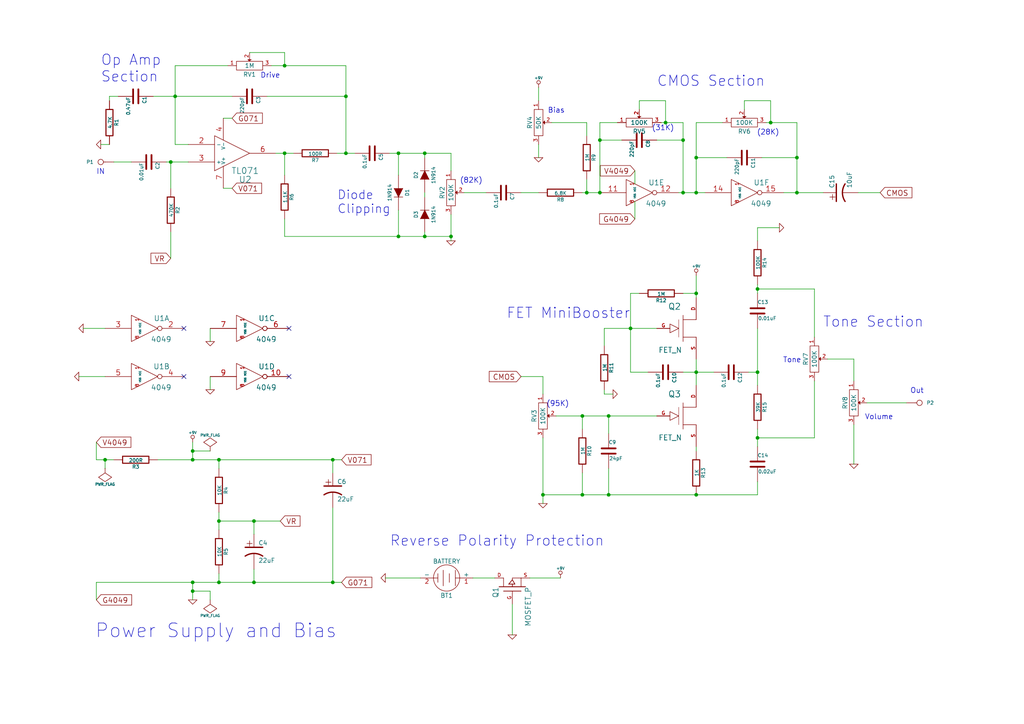
<source format=kicad_sch>
(kicad_sch (version 20230121) (generator eeschema)
  (paper "A4")
  (title_block (title "Insanity Box") (date "3/3/2016") (rev "1.0") (comment 1 "Quentin McDonald") (comment 2 "Based on a Design by Aron Nelson/Jack Orman"))
  (lib_symbols
    (symbol "InsanityBox-rescue:+9V" (power) (pin_names (offset 0))
      (property "Value" "+9V" (at 0 2.794 0))
      (symbol "+9V_0_0"
        (pin power_in line (at 0 0 90) (length 0) hide (name "+9V") (number "1"))
      )
      (symbol "+9V_0_1"
        (polyline (pts (xy 0 0) (xy 0 1.016) (xy 0 1.016)))
        (circle (center 0 1.524) (radius 0.508))
      )
    )
    (symbol "InsanityBox-rescue:4049" (pin_names (offset 0.762))
      (property "Reference" "U" (at 4.953 2.921 0))
      (property "Value" "4049" (at 4.826 -3.175 0))
      (symbol "4049_0_0"
        (polyline (pts (xy -3.81 3.81) (xy -3.81 -3.81) (xy 3.81 0) (xy -3.81 3.81)))
        (pin power_in line (at -1.27 2.54 270) (length 0) (name "VCC") (number "1"))
        (pin power_in line (at -1.27 -2.54 90) (length 0) (name "VSS") (number "8"))
      )
      (symbol "4049_1_1"
        (pin output inverted (at 11.43 0 180) (length 7.62) (name "~") (number "2"))
        (pin input line (at -11.43 0 0) (length 7.62) (name "~") (number "3"))
      )
      (symbol "4049_1_2"
        (pin output line (at 11.43 0 180) (length 7.62) (name "~") (number "2"))
        (pin input inverted (at -11.43 0 0) (length 7.62) (name "~") (number "3"))
      )
      (symbol "4049_2_1"
        (pin output inverted (at 11.43 0 180) (length 7.62) (name "~") (number "4"))
        (pin input line (at -11.43 0 0) (length 7.62) (name "~") (number "5"))
      )
      (symbol "4049_2_2"
        (pin output line (at 11.43 0 180) (length 7.62) (name "~") (number "4"))
        (pin input inverted (at -11.43 0 0) (length 7.62) (name "~") (number "5"))
      )
      (symbol "4049_3_1"
        (pin output inverted (at 11.43 0 180) (length 7.62) (name "~") (number "6"))
        (pin input line (at -11.43 0 0) (length 7.62) (name "~") (number "7"))
      )
      (symbol "4049_3_2"
        (pin output line (at 11.43 0 180) (length 7.62) (name "~") (number "6"))
        (pin input inverted (at -11.43 0 0) (length 7.62) (name "~") (number "7"))
      )
      (symbol "4049_4_1"
        (pin output inverted (at 11.43 0 180) (length 7.62) (name "~") (number "10"))
        (pin input line (at -11.43 0 0) (length 7.62) (name "~") (number "9"))
      )
      (symbol "4049_4_2"
        (pin output line (at 11.43 0 180) (length 7.62) (name "~") (number "10"))
        (pin input inverted (at -11.43 0 0) (length 7.62) (name "~") (number "9"))
      )
      (symbol "4049_5_1"
        (pin input line (at -11.43 0 0) (length 7.62) (name "~") (number "11"))
        (pin output inverted (at 11.43 0 180) (length 7.62) (name "~") (number "12"))
      )
      (symbol "4049_5_2"
        (pin input inverted (at -11.43 0 0) (length 7.62) (name "~") (number "11"))
        (pin output line (at 11.43 0 180) (length 7.62) (name "~") (number "12"))
      )
      (symbol "4049_6_1"
        (pin input line (at -11.43 0 0) (length 7.62) (name "~") (number "14"))
        (pin output inverted (at 11.43 0 180) (length 7.62) (name "~") (number "15"))
      )
      (symbol "4049_6_2"
        (pin input inverted (at -11.43 0 0) (length 7.62) (name "~") (number "14"))
        (pin output line (at 11.43 0 180) (length 7.62) (name "~") (number "15"))
      )
    )
    (symbol "InsanityBox-rescue:BATTERY" (pin_names (offset 0))
      (property "Reference" "BT" (at 0 5.08 0))
      (property "Value" "BATTERY" (at 0 -4.826 0))
      (symbol "BATTERY_0_1"
        (polyline (pts (xy -2.54 0) (xy -3.81 0)))
        (polyline (pts (xy -2.54 2.286) (xy -2.54 -2.2606)) (stroke (width 0.1524)))
        (polyline (pts (xy -0.7874 1.27) (xy -0.7874 -1.27)) (stroke (width 0.1524)))
        (polyline (pts (xy 0.9906 2.286) (xy 0.9906 -2.2606)) (stroke (width 0.1524)))
        (polyline (pts (xy 2.54 0) (xy 3.81 0)))
        (polyline (pts (xy 2.54 1.27) (xy 2.54 -1.27)) (stroke (width 0.1524)))
        (circle (center 0 0) (radius 3.81) (stroke (width 0.1524)))
      )
      (symbol "BATTERY_1_1"
        (pin passive line (at -7.62 0 0) (length 3.81) (name "+") (number "1"))
        (pin passive line (at 7.62 0 180) (length 3.81) (name "-") (number "2"))
      )
    )
    (symbol "InsanityBox-rescue:C" (pin_numbers hide) (pin_names (offset 0.254))
      (property "Reference" "C" (at 0 2.54 0))
      (property "Value" "C" (at 0.1524 -2.159 0))
      (symbol "C_0_1"
        (polyline (pts (xy -2.032 -0.762) (xy 2.032 -0.762)) (stroke (width 0.508)))
        (polyline (pts (xy -2.032 0.762) (xy 2.032 0.762)) (stroke (width 0.508)))
      )
      (symbol "C_1_1"
        (pin passive line (at 0 5.08 270) (length 4.318) (name "~") (number "1"))
        (pin passive line (at 0 -5.08 90) (length 4.318) (name "~") (number "2"))
      )
    )
    (symbol "InsanityBox-rescue:CONN_1" (pin_numbers hide) (pin_names (offset 0.762) hide)
      (property "Reference" "P" (at 2.032 0 0))
      (symbol "CONN_1_0_1"
        (polyline (pts (xy -0.762 0) (xy -1.27 0)))
        (circle (center 0 0) (radius 0.7874))
      )
      (symbol "CONN_1_1_1"
        (pin passive line (at -3.81 0 0) (length 2.54) (name "1") (number "1"))
      )
    )
    (symbol "InsanityBox-rescue:CP1" (pin_numbers hide) (pin_names (offset 0.254) hide)
      (property "Reference" "C" (at 1.27 2.54 0))
      (property "Value" "CP1" (at 1.27 -2.54 0))
      (symbol "CP1_0_0"
        (text "+" (at -1.27 2.54 0) (effects (font (size 2.032 2.032))))
      )
      (symbol "CP1_0_1"
        (polyline (pts (xy -2.54 1.27) (xy 2.54 1.27) (xy 1.27 1.27) (xy 1.27 1.27)) (stroke (width 0.381)))
        (arc (start 2.54 -1.27) (mid 0 -0.5009) (end -2.54 -1.27) (stroke (width 0.381)))
      )
      (symbol "CP1_1_1"
        (pin passive line (at 0 5.08 270) (length 3.81) (name "~") (number "1"))
        (pin passive line (at 0 -5.08 90) (length 4.572) (name "~") (number "2"))
      )
    )
    (symbol "InsanityBox-rescue:DIODE" (pin_numbers hide) (pin_names (offset 1.016) hide)
      (property "Reference" "D" (at 0 2.54 0))
      (property "Value" "DIODE" (at 0 -2.54 0))
      (symbol "DIODE_0_1"
        (polyline (pts (xy 1.27 1.27) (xy 1.27 -1.27)) (stroke (width 0.1524)))
        (polyline (pts (xy -1.27 1.27) (xy 1.27 0) (xy -1.27 -1.27)) (fill (type outline)))
      )
      (symbol "DIODE_1_1"
        (pin passive line (at -5.08 0 0) (length 3.81) (name "A") (number "1"))
        (pin passive line (at 5.08 0 180) (length 3.81) (name "K") (number "2"))
      )
    )
    (symbol "InsanityBox-rescue:FET_N" (pin_names (offset 0.762) hide)
      (property "Reference" "Q" (at -2.4638 6.35 0))
      (property "Value" "FET_N" (at -3.7338 -6.2738 0))
      (symbol "FET_N_0_1"
        (polyline (pts (xy 0 -3.81) (xy 0 3.81)) (stroke (width 0.1524)))
        (polyline (pts (xy 0 -2.54) (xy 3.81 -2.54)))
        (polyline (pts (xy 0 2.54) (xy 3.81 2.54)))
        (polyline (pts (xy -1.27 2.54) (xy -1.27 -2.54) (xy -1.27 -2.54)) (stroke (width 0.1016)))
        (polyline (pts (xy -1.27 0) (xy -3.81 -1.27) (xy -3.81 1.27) (xy -1.27 0) (xy -1.27 0)))
      )
      (symbol "FET_N_1_1"
        (pin passive line (at 3.81 8.89 270) (length 6.35) (name "D") (number "D"))
        (pin input line (at -7.62 0 0) (length 3.81) (name "G") (number "G"))
        (pin passive line (at 3.81 -8.89 90) (length 6.35) (name "S") (number "S"))
      )
    )
    (symbol "InsanityBox-rescue:GND" (power) (pin_names (offset 0))
      (symbol "GND_0_1"
        (polyline (pts (xy -1.27 0) (xy 0 -1.27) (xy 1.27 0) (xy -1.27 0)))
      )
      (symbol "GND_1_1"
        (pin power_in line (at 0 0 90) (length 0) hide (name "GND") (number "1"))
      )
    )
    (symbol "InsanityBox-rescue:MOSFET_P" (pin_names (offset 1.016) hide)
      (property "Reference" "Q" (at 0 4.826 0))
      (property "Value" "MOSFET_P" (at 0 -4.572 0))
      (symbol "MOSFET_P_0_1"
        (polyline (pts (xy -1.27 -2.54) (xy -1.27 2.54)) (stroke (width 0.2032)))
        (polyline (pts (xy 0 -3.81) (xy 0 3.81)) (stroke (width 0.254)))
        (polyline (pts (xy 0.762 0) (xy 0 0)) (stroke (width 0.2032)))
        (polyline (pts (xy 2.54 -2.54) (xy 0 -2.54)))
        (polyline (pts (xy 2.54 2.54) (xy 0 2.54)))
        (polyline (pts (xy 2.032 0) (xy 2.54 0) (xy 2.54 -2.54)))
        (polyline (pts (xy 0.762 1.016) (xy 0.762 -0.762) (xy 2.032 0) (xy 0.762 1.016) (xy 0.762 1.016)) (stroke (width 0.2032)))
      )
      (symbol "MOSFET_P_1_1"
        (pin passive line (at 2.54 5.08 270) (length 2.54) (name "D") (number "D"))
        (pin input line (at -5.08 0 0) (length 3.81) (name "G") (number "G"))
        (pin passive line (at 2.54 -5.08 90) (length 2.54) (name "S") (number "S"))
      )
    )
    (symbol "InsanityBox-rescue:POT" (pin_names (offset 1.016) hide)
      (property "Reference" "RV" (at 0 -2.54 0))
      (property "Value" "POT" (at 0 0 0))
      (symbol "POT_0_1"
        (rectangle (start -3.81 1.27) (end 3.81 -1.27))
        (polyline (pts (xy 0 1.27) (xy -0.508 1.778) (xy 0.508 1.778)) (fill (type outline)))
      )
      (symbol "POT_1_1"
        (pin passive line (at -6.35 0 0) (length 2.54) (name "1") (number "1"))
        (pin passive line (at 0 3.81 270) (length 2.032) (name "2") (number "2"))
        (pin passive line (at 6.35 0 180) (length 2.54) (name "3") (number "3"))
      )
    )
    (symbol "InsanityBox-rescue:PWR_FLAG" (power) (pin_numbers hide) (pin_names (offset 0) hide)
      (property "Value" "PWR_FLAG" (at 0 4.572 0))
      (symbol "PWR_FLAG_0_0"
        (pin power_out line (at 0 0 90) (length 0) (name "pwr") (number "1"))
      )
      (symbol "PWR_FLAG_0_1"
        (polyline (pts (xy 0 0) (xy 0 1.27) (xy -1.905 2.54) (xy 0 3.81) (xy 1.905 2.54) (xy 0 1.27)))
      )
    )
    (symbol "InsanityBox-rescue:R" (pin_numbers hide) (pin_names (offset 0))
      (property "Reference" "R" (at 2.032 0 90))
      (property "Value" "R" (at 0.1778 0.0254 90))
      (symbol "R_0_1"
        (rectangle (start -1.016 3.81) (end 1.016 -3.81) (stroke (width 0.3048)))
      )
      (symbol "R_1_1"
        (pin passive line (at 0 6.35 270) (length 2.54) (name "~") (number "1"))
        (pin passive line (at 0 -6.35 90) (length 2.54) (name "~") (number "2"))
      )
    )
    (symbol "InsanityBox-rescue:TL071"
      (property "Reference" "U" (at 3.81 7.62 0))
      (property "Value" "TL071" (at 3.81 5.08 0))
      (symbol "TL071_0_1"
        (polyline (pts (xy -5.08 5.08) (xy 5.08 0) (xy -5.08 -5.08) (xy -5.08 5.08)))
      )
      (symbol "TL071_1_1"
        (pin input line (at -12.7 -2.54 0) (length 7.62) (name "-") (number "2"))
        (pin input line (at -12.7 2.54 0) (length 7.62) (name "+") (number "3"))
        (pin passive line (at -2.54 -10.16 90) (length 6.35) (name "V-") (number "4"))
        (pin output line (at 12.7 0 180) (length 7.62) (name "~") (number "6"))
        (pin passive line (at -2.54 10.16 270) (length 6.35) (name "V+") (number "7"))
      )
    )
  )
  (junction (at 82.55 19.05))
  (junction (at 168.91 143.51))
  (junction (at 201.93 55.88))
  (junction (at 176.53 120.65))
  (junction (at 173.99 40.64))
  (junction (at 168.91 120.65))
  (junction (at 49.53 46.99))
  (junction (at 73.66 168.91))
  (junction (at 231.14 55.88))
  (junction (at 157.48 143.51))
  (junction (at 170.18 55.88))
  (junction (at 63.5 151.13))
  (junction (at 201.93 85.09))
  (junction (at 55.88 171.45))
  (junction (at 219.71 83.82))
  (junction (at 55.88 168.91))
  (junction (at 173.99 55.88))
  (junction (at 55.88 133.35))
  (junction (at 96.52 168.91))
  (junction (at 30.48 133.35))
  (junction (at 201.93 107.95))
  (junction (at 198.12 55.88))
  (junction (at 96.52 133.35))
  (junction (at 63.5 168.91))
  (junction (at 223.52 35.56))
  (junction (at 198.12 40.64))
  (junction (at 176.53 143.51))
  (junction (at 63.5 133.35))
  (junction (at 115.57 44.45))
  (junction (at 73.66 151.13))
  (junction (at 201.93 45.72))
  (junction (at 55.88 130.81))
  (junction (at 82.55 44.45))
  (junction (at 182.88 95.25))
  (junction (at 100.33 27.94))
  (junction (at 50.8 27.94))
  (junction (at 219.71 127))
  (junction (at 115.57 68.58))
  (junction (at 123.19 68.58))
  (junction (at 130.81 68.58))
  (junction (at 219.71 107.95))
  (junction (at 100.33 44.45))
  (junction (at 193.04 35.56))
  (junction (at 231.14 45.72))
  (junction (at 201.93 143.51))
  (junction (at 123.19 44.45))
  (no_connect (at 83.82 109.22))
  (no_connect (at 53.34 95.25))
  (no_connect (at 83.82 95.25))
  (no_connect (at 53.34 109.22))
  (wire (pts (xy 82.55 68.58) (xy 115.57 68.58)))
  (wire (pts (xy 182.88 107.95) (xy 187.96 107.95)))
  (wire (pts (xy 176.53 143.51) (xy 201.93 143.51)))
  (wire (pts (xy 73.66 168.91) (xy 96.52 168.91)))
  (wire (pts (xy 80.01 44.45) (xy 82.55 44.45)))
  (wire (pts (xy 176.53 120.65) (xy 176.53 125.73)))
  (wire (pts (xy 170.18 39.37) (xy 170.18 35.56)))
  (wire (pts (xy 182.88 95.25) (xy 190.5 95.25)))
  (wire (pts (xy 63.5 168.91) (xy 73.66 168.91)))
  (wire (pts (xy 182.88 95.25) (xy 182.88 107.95)))
  (wire (pts (xy 176.53 120.65) (xy 190.5 120.65)))
  (wire (pts (xy 157.48 143.51) (xy 168.91 143.51)))
  (wire (pts (xy 63.5 133.35) (xy 96.52 133.35)))
  (wire (pts (xy 64.77 54.61) (xy 67.31 54.61)))
  (wire (pts (xy 48.26 46.99) (xy 49.53 46.99)))
  (wire (pts (xy 55.88 168.91) (xy 63.5 168.91)))
  (wire (pts (xy 201.93 35.56) (xy 209.55 35.56)))
  (wire (pts (xy 121.92 167.64) (xy 111.76 167.64)))
  (wire (pts (xy 223.52 35.56) (xy 223.52 29.21)))
  (wire (pts (xy 219.71 107.95) (xy 219.71 111.76)))
  (wire (pts (xy 175.26 95.25) (xy 182.88 95.25)))
  (wire (pts (xy 123.19 44.45) (xy 130.81 44.45)))
  (wire (pts (xy 50.8 41.91) (xy 54.61 41.91)))
  (wire (pts (xy 137.16 167.64) (xy 143.51 167.64)))
  (wire (pts (xy 198.12 40.64) (xy 190.5 40.64)))
  (wire (pts (xy 157.48 127) (xy 157.48 143.51)))
  (wire (pts (xy 55.88 128.27) (xy 55.88 130.81)))
  (wire (pts (xy 63.5 135.89) (xy 63.5 133.35)))
  (wire (pts (xy 201.93 35.56) (xy 201.93 45.72)))
  (wire (pts (xy 66.04 19.05) (xy 50.8 19.05)))
  (wire (pts (xy 168.91 143.51) (xy 168.91 137.16)))
  (wire (pts (xy 96.52 133.35) (xy 99.06 133.35)))
  (wire (pts (xy 60.96 99.06) (xy 60.96 95.25)))
  (wire (pts (xy 130.81 44.45) (xy 130.81 49.53)))
  (wire (pts (xy 49.53 67.31) (xy 49.53 74.93)))
  (wire (pts (xy 82.55 63.5) (xy 82.55 68.58)))
  (wire (pts (xy 170.18 52.07) (xy 170.18 55.88)))
  (wire (pts (xy 185.42 29.21) (xy 193.04 29.21)))
  (wire (pts (xy 223.52 29.21) (xy 215.9 29.21)))
  (wire (pts (xy 55.88 168.91) (xy 55.88 171.45)))
  (wire (pts (xy 196.85 55.88) (xy 198.12 55.88)))
  (wire (pts (xy 251.46 116.84) (xy 262.89 116.84)))
  (wire (pts (xy 96.52 133.35) (xy 96.52 137.16)))
  (wire (pts (xy 219.71 82.55) (xy 219.71 83.82)))
  (wire (pts (xy 157.48 109.22) (xy 157.48 114.3)))
  (wire (pts (xy 219.71 107.95) (xy 217.17 107.95)))
  (wire (pts (xy 173.99 35.56) (xy 179.07 35.56)))
  (wire (pts (xy 182.88 85.09) (xy 185.42 85.09)))
  (wire (pts (xy 82.55 15.24) (xy 82.55 19.05)))
  (wire (pts (xy 30.48 135.89) (xy 30.48 133.35)))
  (wire (pts (xy 31.75 27.94) (xy 31.75 29.21)))
  (wire (pts (xy 115.57 60.96) (xy 115.57 68.58)))
  (wire (pts (xy 82.55 19.05) (xy 100.33 19.05)))
  (wire (pts (xy 49.53 46.99) (xy 49.53 54.61)))
  (wire (pts (xy 148.59 175.26) (xy 148.59 184.15)))
  (wire (pts (xy 173.99 40.64) (xy 173.99 55.88)))
  (wire (pts (xy 175.26 95.25) (xy 175.26 100.33)))
  (wire (pts (xy 185.42 31.75) (xy 185.42 29.21)))
  (wire (pts (xy 201.93 143.51) (xy 219.71 143.51)))
  (wire (pts (xy 219.71 95.25) (xy 219.71 107.95)))
  (wire (pts (xy 73.66 151.13) (xy 81.28 151.13)))
  (wire (pts (xy 231.14 35.56) (xy 231.14 45.72)))
  (wire (pts (xy 27.94 168.91) (xy 27.94 173.99)))
  (wire (pts (xy 198.12 85.09) (xy 201.93 85.09)))
  (wire (pts (xy 30.48 133.35) (xy 27.94 133.35)))
  (wire (pts (xy 73.66 168.91) (xy 73.66 165.1)))
  (wire (pts (xy 173.99 35.56) (xy 173.99 40.64)))
  (wire (pts (xy 78.74 19.05) (xy 82.55 19.05)))
  (wire (pts (xy 173.99 55.88) (xy 170.18 55.88)))
  (wire (pts (xy 115.57 44.45) (xy 123.19 44.45)))
  (wire (pts (xy 49.53 46.99) (xy 54.61 46.99)))
  (wire (pts (xy 215.9 29.21) (xy 215.9 31.75)))
  (wire (pts (xy 27.94 133.35) (xy 27.94 128.27)))
  (wire (pts (xy 115.57 68.58) (xy 123.19 68.58)))
  (wire (pts (xy 157.48 143.51) (xy 157.48 146.05)))
  (wire (pts (xy 168.91 120.65) (xy 176.53 120.65)))
  (wire (pts (xy 219.71 69.85) (xy 219.71 66.04)))
  (wire (pts (xy 27.94 168.91) (xy 55.88 168.91)))
  (wire (pts (xy 55.88 171.45) (xy 60.96 171.45)))
  (wire (pts (xy 161.29 120.65) (xy 168.91 120.65)))
  (wire (pts (xy 168.91 143.51) (xy 176.53 143.51)))
  (wire (pts (xy 123.19 45.72) (xy 123.19 44.45)))
  (wire (pts (xy 182.88 85.09) (xy 182.88 95.25)))
  (wire (pts (xy 219.71 127) (xy 236.22 127)))
  (wire (pts (xy 100.33 19.05) (xy 100.33 27.94)))
  (wire (pts (xy 100.33 27.94) (xy 77.47 27.94)))
  (wire (pts (xy 201.93 85.09) (xy 201.93 86.36)))
  (wire (pts (xy 123.19 67.31) (xy 123.19 68.58)))
  (wire (pts (xy 30.48 95.25) (xy 24.13 95.25)))
  (wire (pts (xy 55.88 133.35) (xy 63.5 133.35)))
  (wire (pts (xy 231.14 45.72) (xy 231.14 55.88)))
  (wire (pts (xy 50.8 27.94) (xy 50.8 41.91)))
  (wire (pts (xy 219.71 127) (xy 219.71 129.54)))
  (wire (pts (xy 123.19 57.15) (xy 123.19 55.88)))
  (wire (pts (xy 123.19 68.58) (xy 130.81 68.58)))
  (wire (pts (xy 30.48 109.22) (xy 22.86 109.22)))
  (wire (pts (xy 134.62 55.88) (xy 140.97 55.88)))
  (wire (pts (xy 45.72 133.35) (xy 55.88 133.35)))
  (wire (pts (xy 236.22 83.82) (xy 236.22 97.79)))
  (wire (pts (xy 100.33 44.45) (xy 102.87 44.45)))
  (wire (pts (xy 219.71 66.04) (xy 226.06 66.04)))
  (wire (pts (xy 198.12 40.64) (xy 198.12 55.88)))
  (wire (pts (xy 201.93 104.14) (xy 201.93 107.95)))
  (wire (pts (xy 31.75 41.91) (xy 29.21 41.91)))
  (wire (pts (xy 201.93 107.95) (xy 207.01 107.95)))
  (wire (pts (xy 231.14 55.88) (xy 238.76 55.88)))
  (wire (pts (xy 201.93 107.95) (xy 201.93 111.76)))
  (wire (pts (xy 82.55 44.45) (xy 82.55 50.8)))
  (wire (pts (xy 64.77 34.29) (xy 67.31 34.29)))
  (wire (pts (xy 151.13 109.22) (xy 157.48 109.22)))
  (wire (pts (xy 191.77 35.56) (xy 193.04 35.56)))
  (wire (pts (xy 96.52 168.91) (xy 99.06 168.91)))
  (wire (pts (xy 55.88 130.81) (xy 60.96 130.81)))
  (wire (pts (xy 220.98 45.72) (xy 231.14 45.72)))
  (wire (pts (xy 63.5 151.13) (xy 63.5 153.67)))
  (wire (pts (xy 201.93 80.01) (xy 201.93 85.09)))
  (wire (pts (xy 223.52 35.56) (xy 231.14 35.56)))
  (wire (pts (xy 55.88 171.45) (xy 55.88 173.99)))
  (wire (pts (xy 60.96 113.03) (xy 60.96 109.22)))
  (wire (pts (xy 201.93 130.81) (xy 201.93 129.54)))
  (wire (pts (xy 175.26 114.3) (xy 177.8 114.3)))
  (wire (pts (xy 55.88 130.81) (xy 55.88 133.35)))
  (wire (pts (xy 170.18 35.56) (xy 160.02 35.56)))
  (wire (pts (xy 176.53 143.51) (xy 176.53 135.89)))
  (wire (pts (xy 219.71 143.51) (xy 219.71 139.7)))
  (wire (pts (xy 247.65 104.14) (xy 247.65 110.49)))
  (wire (pts (xy 34.29 27.94) (xy 31.75 27.94)))
  (wire (pts (xy 180.34 40.64) (xy 173.99 40.64)))
  (wire (pts (xy 170.18 55.88) (xy 168.91 55.88)))
  (wire (pts (xy 222.25 35.56) (xy 223.52 35.56)))
  (wire (pts (xy 219.71 124.46) (xy 219.71 127)))
  (wire (pts (xy 219.71 83.82) (xy 219.71 85.09)))
  (wire (pts (xy 63.5 148.59) (xy 63.5 151.13)))
  (wire (pts (xy 97.79 44.45) (xy 100.33 44.45)))
  (wire (pts (xy 72.39 15.24) (xy 82.55 15.24)))
  (wire (pts (xy 198.12 35.56) (xy 198.12 40.64)))
  (wire (pts (xy 175.26 113.03) (xy 175.26 114.3)))
  (wire (pts (xy 50.8 27.94) (xy 67.31 27.94)))
  (wire (pts (xy 248.92 55.88) (xy 255.27 55.88)))
  (wire (pts (xy 151.13 55.88) (xy 156.21 55.88)))
  (wire (pts (xy 198.12 107.95) (xy 201.93 107.95)))
  (wire (pts (xy 201.93 45.72) (xy 210.82 45.72)))
  (wire (pts (xy 63.5 168.91) (xy 63.5 166.37)))
  (wire (pts (xy 96.52 147.32) (xy 96.52 168.91)))
  (wire (pts (xy 60.96 171.45) (xy 60.96 173.99)))
  (wire (pts (xy 130.81 68.58) (xy 130.81 69.85)))
  (wire (pts (xy 156.21 41.91) (xy 156.21 45.72)))
  (wire (pts (xy 33.02 133.35) (xy 30.48 133.35)))
  (wire (pts (xy 247.65 123.19) (xy 247.65 134.62)))
  (wire (pts (xy 73.66 154.94) (xy 73.66 151.13)))
  (wire (pts (xy 198.12 55.88) (xy 201.93 55.88)))
  (wire (pts (xy 100.33 27.94) (xy 100.33 44.45)))
  (wire (pts (xy 184.15 58.42) (xy 184.15 63.5)))
  (wire (pts (xy 156.21 29.21) (xy 156.21 25.4)))
  (wire (pts (xy 113.03 44.45) (xy 115.57 44.45)))
  (wire (pts (xy 44.45 27.94) (xy 50.8 27.94)))
  (wire (pts (xy 63.5 151.13) (xy 73.66 151.13)))
  (wire (pts (xy 201.93 45.72) (xy 201.93 55.88)))
  (wire (pts (xy 184.15 49.53) (xy 184.15 53.34)))
  (wire (pts (xy 227.33 55.88) (xy 231.14 55.88)))
  (wire (pts (xy 115.57 50.8) (xy 115.57 44.45)))
  (wire (pts (xy 219.71 83.82) (xy 236.22 83.82)))
  (wire (pts (xy 236.22 127) (xy 236.22 110.49)))
  (wire (pts (xy 201.93 55.88) (xy 204.47 55.88)))
  (wire (pts (xy 193.04 29.21) (xy 193.04 35.56)))
  (wire (pts (xy 130.81 62.23) (xy 130.81 68.58)))
  (wire (pts (xy 168.91 120.65) (xy 168.91 124.46)))
  (wire (pts (xy 50.8 19.05) (xy 50.8 27.94)))
  (wire (pts (xy 38.1 46.99) (xy 33.02 46.99)))
  (wire (pts (xy 82.55 44.45) (xy 85.09 44.45)))
  (wire (pts (xy 240.03 104.14) (xy 247.65 104.14)))
  (wire (pts (xy 193.04 35.56) (xy 198.12 35.56)))
  (wire (pts (xy 153.67 167.64) (xy 162.56 167.64)))
  (text "Tone Section" (at 267.97 95.25 0) (effects (font (size 2.9972 2.9972)) (justify right bottom)))
  (text "Diode \nClipping	" (at 97.79 62.23 0) (effects (font (size 2.5146 2.5146)) (justify left bottom)))
  (text "(31K)" (at 195.58 38.1 0) (effects (font (size 1.4986 1.4986)) (justify right bottom)))
  (text "FET MiniBooster" (at 182.88 92.71 0) (effects (font (size 2.9972 2.9972)) (justify right bottom)))
  (text "Volume" (at 259.08 121.92 0) (effects (font (size 1.4986 1.4986)) (justify right bottom)))
  (text "Bias" (at 163.83 33.02 0) (effects (font (size 1.4986 1.4986)) (justify right bottom)))
  (text "Tone" (at 232.41 105.41 0) (effects (font (size 1.4986 1.4986)) (justify right bottom)))
  (text "(28K)" (at 226.06 39.37 0) (effects (font (size 1.4986 1.4986)) (justify right bottom)))
  (text "Power Supply and Bias" (at 97.79 185.42 0) (effects (font (size 3.9878 3.9878)) (justify right bottom)))
  (text "(95K)" (at 165.1 118.11 0) (effects (font (size 1.524 1.524)) (justify right bottom)))
  (text "(82K)" (at 133.35 53.34 0) (effects (font (size 1.524 1.524)) (justify left bottom)))
  (text "Reverse Polarity Protection" (at 113.03 158.75 0) (effects (font (size 2.9972 2.9972)) (justify left bottom)))
  (text "Drive" (at 81.28 22.86 0) (effects (font (size 1.4986 1.4986)) (justify right bottom)))
  (text "Op Amp\nSection" (at 29.21 24.13 0) (effects (font (size 2.9972 2.9972)) (justify left bottom)))
  (text "Out" (at 267.97 114.3 0) (effects (font (size 1.4986 1.4986)) (justify right bottom)))
  (text "CMOS Section" (at 190.5 25.4 0) (effects (font (size 2.9972 2.9972)) (justify left bottom)))
  (text "IN" (at 27.94 50.8 0) (effects (font (size 1.524 1.524)) (justify left bottom)))
  (global_label "VR" (shape input) (at 49.53 74.93 180) (effects (font (size 1.524 1.524))) (property "Intersheetrefs" "${INTERSHEET_REFS}" (effects hide)))
  (global_label "V4049" (shape input) (at 27.94 128.27 0) (effects (font (size 1.524 1.524))) (property "Intersheetrefs" "${INTERSHEET_REFS}" (effects hide)))
  (global_label "V071" (shape input) (at 67.31 54.61 0) (effects (font (size 1.524 1.524))) (property "Intersheetrefs" "${INTERSHEET_REFS}" (effects hide)))
  (global_label "V071" (shape input) (at 99.06 133.35 0) (effects (font (size 1.524 1.524))) (property "Intersheetrefs" "${INTERSHEET_REFS}" (effects hide)))
  (global_label "G4049" (shape input) (at 184.15 63.5 180) (effects (font (size 1.524 1.524))) (property "Intersheetrefs" "${INTERSHEET_REFS}" (effects hide)))
  (global_label "G071" (shape input) (at 67.31 34.29 0) (effects (font (size 1.524 1.524))) (property "Intersheetrefs" "${INTERSHEET_REFS}" (effects hide)))
  (global_label "CMOS" (shape input) (at 255.27 55.88 0) (effects (font (size 1.524 1.524))) (property "Intersheetrefs" "${INTERSHEET_REFS}" (effects hide)))
  (global_label "G071" (shape input) (at 99.06 168.91 0) (effects (font (size 1.524 1.524))) (property "Intersheetrefs" "${INTERSHEET_REFS}" (effects hide)))
  (global_label "V4049" (shape input) (at 184.15 49.53 180) (effects (font (size 1.524 1.524))) (property "Intersheetrefs" "${INTERSHEET_REFS}" (effects hide)))
  (global_label "VR" (shape input) (at 81.28 151.13 0) (effects (font (size 1.524 1.524))) (property "Intersheetrefs" "${INTERSHEET_REFS}" (effects hide)))
  (global_label "G4049" (shape input) (at 27.94 173.99 0) (effects (font (size 1.524 1.524))) (property "Intersheetrefs" "${INTERSHEET_REFS}" (effects hide)))
  (global_label "CMOS" (shape input) (at 151.13 109.22 180) (effects (font (size 1.524 1.524))) (property "Intersheetrefs" "${INTERSHEET_REFS}" (effects hide)))
  (symbol (lib_id "InsanityBox-rescue:TL071") (at 67.31 44.45 0) (mirror x) (unit 1)
    (property "Reference" "U2" (at 71.12 52.07 0) (effects (font (size 1.778 1.778))))
    (property "Value" "TL071" (at 71.12 49.53 0) (effects (font (size 1.778 1.778))))
    (property "Footprint" "SMD_Packages:SOIC-8-N" (effects hide))
  )
  (symbol (lib_id "InsanityBox-rescue:GND") (at 55.88 173.99 0) (unit 1)
    (property "Reference" "#PWR01" (effects hide))
    (property "Value" "GND" (effects hide))
  )
  (symbol (lib_id "InsanityBox-rescue:+9V") (at 55.88 128.27 0) (unit 1)
    (property "Reference" "#PWR02" (effects hide))
    (property "Value" "+9V" (at 55.88 125.476 0) (effects (font (size 0.762 0.762))))
  )
  (symbol (lib_id "InsanityBox-rescue:PWR_FLAG") (at 60.96 130.81 0) (unit 1)
    (property "Reference" "#FLG03" (effects hide))
    (property "Value" "PWR_FLAG" (at 60.96 126.238 0) (effects (font (size 0.762 0.762))))
  )
  (symbol (lib_id "InsanityBox-rescue:PWR_FLAG") (at 60.96 173.99 180) (unit 1)
    (property "Reference" "#FLG04" (effects hide))
    (property "Value" "PWR_FLAG" (at 60.96 178.562 0) (effects (font (size 0.762 0.762))))
  )
  (symbol (lib_id "InsanityBox-rescue:R") (at 63.5 142.24 0) (unit 1)
    (property "Reference" "R4" (at 65.532 142.24 90) (effects (font (size 1.016 1.016))))
    (property "Value" "10K" (at 63.6778 142.2146 90) (effects (font (size 1.016 1.016))))
    (property "Footprint" "Resistors_SMD:R_0805_HandSoldering" (effects hide))
  )
  (symbol (lib_id "InsanityBox-rescue:R") (at 63.5 160.02 0) (unit 1)
    (property "Reference" "R5" (at 65.532 160.02 90) (effects (font (size 1.016 1.016))))
    (property "Value" "10K" (at 63.6778 159.9946 90) (effects (font (size 1.016 1.016))))
    (property "Footprint" "Resistors_SMD:R_0805_HandSoldering" (effects hide))
  )
  (symbol (lib_id "InsanityBox-rescue:R") (at 39.37 133.35 270) (unit 1)
    (property "Reference" "R3" (at 39.37 135.382 90) (effects (font (size 1.016 1.016))))
    (property "Value" "200R" (at 39.3954 133.5278 90) (effects (font (size 1.016 1.016))))
    (property "Footprint" "Resistors_SMD:R_0805_HandSoldering" (effects hide))
  )
  (symbol (lib_id "InsanityBox-rescue:CP1") (at 73.66 160.02 0) (unit 1)
    (property "Reference" "C4" (at 74.93 157.48 0) (effects (justify left)))
    (property "Value" "22uF" (at 74.93 162.56 0) (effects (justify left)))
    (property "Footprint" "Capacitors_SMD:c_elec_5x5.3" (effects hide))
  )
  (symbol (lib_id "InsanityBox-rescue:CP1") (at 96.52 142.24 0) (unit 1)
    (property "Reference" "C6" (at 97.79 139.7 0) (effects (justify left)))
    (property "Value" "22uF" (at 97.79 144.78 0) (effects (justify left)))
    (property "Footprint" "Capacitors_SMD:c_elec_5x5.3" (effects hide))
  )
  (symbol (lib_id "InsanityBox-rescue:R") (at 91.44 44.45 270) (unit 1)
    (property "Reference" "R7" (at 91.44 46.482 90) (effects (font (size 1.016 1.016))))
    (property "Value" "100R" (at 91.4654 44.6278 90) (effects (font (size 1.016 1.016))))
    (property "Footprint" "Resistors_SMD:R_0805_HandSoldering" (effects hide))
  )
  (symbol (lib_id "InsanityBox-rescue:BATTERY") (at 129.54 167.64 180) (unit 1)
    (property "Reference" "BT1" (at 129.54 172.72 0))
    (property "Value" "BATTERY" (at 129.54 162.814 0))
    (property "Footprint" "Pin_Headers:Pin_Header_Straight_1x02" (effects hide))
  )
  (symbol (lib_id "InsanityBox-rescue:MOSFET_P") (at 148.59 170.18 90) (unit 1)
    (property "Reference" "Q1" (at 143.764 170.18 0) (effects (font (size 1.524 1.524)) (justify right)))
    (property "Value" "MOSFET_P" (at 153.162 170.18 0) (effects (font (size 1.524 1.524)) (justify right)))
    (property "Footprint" "DQM:pChannelMostfetSot23" (effects hide))
  )
  (symbol (lib_id "InsanityBox-rescue:GND") (at 148.59 184.15 0) (unit 1)
    (property "Reference" "#PWR05" (effects hide))
    (property "Value" "GND" (effects hide))
  )
  (symbol (lib_id "InsanityBox-rescue:+9V") (at 162.56 167.64 0) (unit 1)
    (property "Reference" "#PWR06" (effects hide))
    (property "Value" "+9V" (at 162.56 164.846 0) (effects (font (size 0.762 0.762))))
  )
  (symbol (lib_id "InsanityBox-rescue:GND") (at 111.76 167.64 270) (unit 1)
    (property "Reference" "#PWR07" (effects hide))
    (property "Value" "GND" (effects hide))
  )
  (symbol (lib_id "InsanityBox-rescue:R") (at 49.53 60.96 0) (unit 1)
    (property "Reference" "R2" (at 51.562 60.96 90) (effects (font (size 1.016 1.016))))
    (property "Value" "470K" (at 49.7078 60.9346 90) (effects (font (size 1.016 1.016))))
    (property "Footprint" "Resistors_SMD:R_0805_HandSoldering" (effects hide))
  )
  (symbol (lib_id "InsanityBox-rescue:CONN_1") (at 29.21 46.99 180) (unit 1)
    (property "Reference" "P1" (at 27.178 46.99 0) (effects (font (size 1.016 1.016)) (justify left)))
    (property "Value" "CONN_1" (effects hide))
    (property "Footprint" "Pin_Headers:Pin_Header_Straight_1x01" (effects hide))
  )
  (symbol (lib_id "InsanityBox-rescue:C") (at 43.18 46.99 270) (unit 1)
    (property "Reference" "C2" (at 45.72 46.99 0) (effects (font (size 1.016 1.016)) (justify left)))
    (property "Value" "0.01uF" (at 41.021 47.1424 0) (effects (font (size 1.016 1.016)) (justify left)))
    (property "Footprint" "Capacitors_SMD:C_0805" (effects hide))
  )
  (symbol (lib_id "InsanityBox-rescue:R") (at 82.55 57.15 0) (unit 1)
    (property "Reference" "R6" (at 84.582 57.15 90) (effects (font (size 1.016 1.016))))
    (property "Value" "1.1K" (at 82.7278 57.1246 90) (effects (font (size 1.016 1.016))))
    (property "Footprint" "Resistors_SMD:R_0805_HandSoldering" (effects hide))
  )
  (symbol (lib_id "InsanityBox-rescue:C") (at 72.39 27.94 270) (unit 1)
    (property "Reference" "C3" (at 74.93 27.94 0) (effects (font (size 1.016 1.016)) (justify left)))
    (property "Value" "220pF" (at 70.231 28.0924 0) (effects (font (size 1.016 1.016)) (justify left)))
    (property "Footprint" "Capacitors_SMD:C_0805" (effects hide))
  )
  (symbol (lib_id "InsanityBox-rescue:POT") (at 72.39 19.05 0) (unit 1)
    (property "Reference" "RV1" (at 72.39 21.59 0))
    (property "Value" "1M" (at 72.39 19.05 0))
    (property "Footprint" "Pin_Headers:Pin_Header_Straight_1x03" (effects hide))
  )
  (symbol (lib_id "InsanityBox-rescue:C") (at 39.37 27.94 270) (unit 1)
    (property "Reference" "C1" (at 41.91 27.94 0) (effects (font (size 1.016 1.016)) (justify left)))
    (property "Value" "0.47uF" (at 37.211 28.0924 0) (effects (font (size 1.016 1.016)) (justify left)))
    (property "Footprint" "Capacitors_SMD:C_0805" (effects hide))
  )
  (symbol (lib_id "InsanityBox-rescue:R") (at 31.75 35.56 0) (unit 1)
    (property "Reference" "R1" (at 33.782 35.56 90) (effects (font (size 1.016 1.016))))
    (property "Value" "4.7K" (at 31.9278 35.5346 90) (effects (font (size 1.016 1.016))))
    (property "Footprint" "Resistors_SMD:R_0805_HandSoldering" (effects hide))
  )
  (symbol (lib_id "InsanityBox-rescue:GND") (at 29.21 41.91 270) (unit 1)
    (property "Reference" "#PWR08" (effects hide))
    (property "Value" "GND" (effects hide))
  )
  (symbol (lib_id "InsanityBox-rescue:C") (at 107.95 44.45 270) (unit 1)
    (property "Reference" "C5" (at 110.49 44.45 0) (effects (font (size 1.016 1.016)) (justify left)))
    (property "Value" "0.1uF" (at 105.791 44.6024 0) (effects (font (size 1.016 1.016)) (justify left)))
    (property "Footprint" "Capacitors_SMD:C_0805" (effects hide))
  )
  (symbol (lib_id "InsanityBox-rescue:DIODE") (at 115.57 55.88 270) (unit 1)
    (property "Reference" "D1" (at 118.11 55.88 0) (effects (font (size 1.016 1.016))))
    (property "Value" "1N914" (at 113.03 55.88 0) (effects (font (size 1.016 1.016))))
    (property "Footprint" "Diodes_SMD:SOD-323" (effects hide))
  )
  (symbol (lib_id "InsanityBox-rescue:DIODE") (at 123.19 50.8 90) (unit 1)
    (property "Reference" "D2" (at 120.65 50.8 0) (effects (font (size 1.016 1.016))))
    (property "Value" "1N914" (at 125.73 50.8 0) (effects (font (size 1.016 1.016))))
    (property "Footprint" "Diodes_SMD:SOD-323" (effects hide))
  )
  (symbol (lib_id "InsanityBox-rescue:DIODE") (at 123.19 62.23 90) (unit 1)
    (property "Reference" "D3" (at 120.65 62.23 0) (effects (font (size 1.016 1.016))))
    (property "Value" "1N914" (at 125.73 62.23 0) (effects (font (size 1.016 1.016))))
    (property "Footprint" "Diodes_SMD:SOD-323" (effects hide))
  )
  (symbol (lib_id "InsanityBox-rescue:GND") (at 130.81 69.85 0) (unit 1)
    (property "Reference" "#PWR09" (effects hide))
    (property "Value" "GND" (effects hide))
  )
  (symbol (lib_id "InsanityBox-rescue:POT") (at 130.81 55.88 270) (unit 1)
    (property "Reference" "RV2" (at 128.27 55.88 0))
    (property "Value" "100K" (at 130.81 55.88 0))
    (property "Footprint" "Pin_Headers:Pin_Header_Straight_1x03" (effects hide))
  )
  (symbol (lib_id "InsanityBox-rescue:C") (at 146.05 55.88 270) (unit 1)
    (property "Reference" "C7" (at 148.59 55.88 0) (effects (font (size 1.016 1.016)) (justify left)))
    (property "Value" "0.1uF" (at 143.891 56.0324 0) (effects (font (size 1.016 1.016)) (justify left)))
    (property "Footprint" "Capacitors_SMD:C_0805" (effects hide))
  )
  (symbol (lib_id "InsanityBox-rescue:R") (at 162.56 55.88 270) (unit 1)
    (property "Reference" "R8" (at 162.56 57.912 90) (effects (font (size 1.016 1.016))))
    (property "Value" "6.8K" (at 162.5854 56.0578 90) (effects (font (size 1.016 1.016))))
    (property "Footprint" "Resistors_SMD:R_0805_HandSoldering" (effects hide))
  )
  (symbol (lib_id "InsanityBox-rescue:4049") (at 185.42 55.88 0) (unit 5)
    (property "Reference" "U1" (at 190.373 52.959 0) (effects (font (size 1.524 1.524))))
    (property "Value" "4049" (at 190.246 59.055 0) (effects (font (size 1.524 1.524))))
    (property "Footprint" "SMD_Packages:SO-16-N" (effects hide))
  )
  (symbol (lib_id "InsanityBox-rescue:4049") (at 215.9 55.88 0) (unit 6)
    (property "Reference" "U1" (at 220.853 52.959 0) (effects (font (size 1.524 1.524))))
    (property "Value" "4049" (at 220.726 59.055 0) (effects (font (size 1.524 1.524))))
    (property "Footprint" "SMD_Packages:SO-16-N" (effects hide))
  )
  (symbol (lib_id "InsanityBox-rescue:R") (at 170.18 45.72 0) (unit 1)
    (property "Reference" "R9" (at 172.212 45.72 90) (effects (font (size 1.016 1.016))))
    (property "Value" "1M" (at 170.3578 45.6946 90) (effects (font (size 1.016 1.016))))
    (property "Footprint" "Resistors_SMD:R_0805_HandSoldering" (effects hide))
  )
  (symbol (lib_id "InsanityBox-rescue:POT") (at 156.21 35.56 270) (unit 1)
    (property "Reference" "RV4" (at 153.67 35.56 0))
    (property "Value" "50K" (at 156.21 35.56 0))
    (property "Footprint" "Pin_Headers:Pin_Header_Straight_1x03" (effects hide))
  )
  (symbol (lib_id "InsanityBox-rescue:GND") (at 156.21 45.72 0) (unit 1)
    (property "Reference" "#PWR010" (effects hide))
    (property "Value" "GND" (effects hide))
  )
  (symbol (lib_id "InsanityBox-rescue:+9V") (at 156.21 25.4 0) (unit 1)
    (property "Reference" "#PWR011" (effects hide))
    (property "Value" "+9V" (at 156.21 22.606 0) (effects (font (size 0.762 0.762))))
  )
  (symbol (lib_id "InsanityBox-rescue:C") (at 185.42 40.64 270) (unit 1)
    (property "Reference" "C8" (at 187.96 40.64 0) (effects (font (size 1.016 1.016)) (justify left)))
    (property "Value" "220pF" (at 183.261 40.7924 0) (effects (font (size 1.016 1.016)) (justify left)))
    (property "Footprint" "Capacitors_SMD:C_0805" (effects hide))
  )
  (symbol (lib_id "InsanityBox-rescue:POT") (at 185.42 35.56 0) (unit 1)
    (property "Reference" "RV5" (at 185.42 38.1 0))
    (property "Value" "100K" (at 185.42 35.56 0))
    (property "Footprint" "Pin_Headers:Pin_Header_Straight_1x03" (effects hide))
  )
  (symbol (lib_id "InsanityBox-rescue:C") (at 215.9 45.72 270) (unit 1)
    (property "Reference" "C11" (at 218.44 45.72 0) (effects (font (size 1.016 1.016)) (justify left)))
    (property "Value" "220pF" (at 213.741 45.8724 0) (effects (font (size 1.016 1.016)) (justify left)))
    (property "Footprint" "Capacitors_SMD:C_0805" (effects hide))
  )
  (symbol (lib_id "InsanityBox-rescue:POT") (at 215.9 35.56 0) (unit 1)
    (property "Reference" "RV6" (at 215.9 38.1 0))
    (property "Value" "100K" (at 215.9 35.56 0))
    (property "Footprint" "Pin_Headers:Pin_Header_Straight_1x03" (effects hide))
  )
  (symbol (lib_id "InsanityBox-rescue:4049") (at 41.91 95.25 0) (unit 1)
    (property "Reference" "U1" (at 46.863 92.329 0) (effects (font (size 1.524 1.524))))
    (property "Value" "4049" (at 46.736 98.425 0) (effects (font (size 1.524 1.524))))
    (property "Footprint" "SMD_Packages:SO-16-N" (effects hide))
  )
  (symbol (lib_id "InsanityBox-rescue:4049") (at 72.39 95.25 0) (unit 3)
    (property "Reference" "U1" (at 77.343 92.329 0) (effects (font (size 1.524 1.524))))
    (property "Value" "4049" (at 77.216 98.425 0) (effects (font (size 1.524 1.524))))
    (property "Footprint" "SMD_Packages:SO-16-N" (effects hide))
  )
  (symbol (lib_id "InsanityBox-rescue:4049") (at 41.91 109.22 0) (unit 2)
    (property "Reference" "U1" (at 46.863 106.299 0) (effects (font (size 1.524 1.524))))
    (property "Value" "4049" (at 46.736 112.395 0) (effects (font (size 1.524 1.524))))
    (property "Footprint" "SMD_Packages:SO-16-N" (effects hide))
  )
  (symbol (lib_id "InsanityBox-rescue:4049") (at 72.39 109.22 0) (unit 4)
    (property "Reference" "U1" (at 77.343 106.299 0) (effects (font (size 1.524 1.524))))
    (property "Value" "4049" (at 77.216 112.395 0) (effects (font (size 1.524 1.524))))
    (property "Footprint" "SMD_Packages:SO-16-N" (effects hide))
  )
  (symbol (lib_id "InsanityBox-rescue:GND") (at 24.13 95.25 270) (unit 1)
    (property "Reference" "#PWR012" (effects hide))
    (property "Value" "GND" (effects hide))
  )
  (symbol (lib_id "InsanityBox-rescue:GND") (at 22.86 109.22 270) (unit 1)
    (property "Reference" "#PWR013" (effects hide))
    (property "Value" "GND" (effects hide))
  )
  (symbol (lib_id "InsanityBox-rescue:GND") (at 60.96 99.06 0) (unit 1)
    (property "Reference" "#PWR014" (effects hide))
    (property "Value" "GND" (effects hide))
  )
  (symbol (lib_id "InsanityBox-rescue:GND") (at 60.96 113.03 0) (unit 1)
    (property "Reference" "#PWR015" (effects hide))
    (property "Value" "GND" (effects hide))
  )
  (symbol (lib_id "InsanityBox-rescue:CP1") (at 243.84 55.88 90) (unit 1)
    (property "Reference" "C15" (at 241.3 54.61 0) (effects (justify left)))
    (property "Value" "10uF" (at 246.38 54.61 0) (effects (justify left)))
    (property "Footprint" "Capacitors_SMD:c_elec_6.3x5.7" (effects hide))
  )
  (symbol (lib_id "InsanityBox-rescue:POT") (at 157.48 120.65 270) (unit 1)
    (property "Reference" "RV3" (at 154.94 120.65 0))
    (property "Value" "100K" (at 157.48 120.65 0))
    (property "Footprint" "Pin_Headers:Pin_Header_Straight_1x03" (effects hide))
  )
  (symbol (lib_id "InsanityBox-rescue:R") (at 168.91 130.81 0) (unit 1)
    (property "Reference" "R10" (at 170.942 130.81 90) (effects (font (size 1.016 1.016))))
    (property "Value" "1M" (at 169.0878 130.7846 90) (effects (font (size 1.016 1.016))))
    (property "Footprint" "Resistors_SMD:R_0805_HandSoldering" (effects hide))
  )
  (symbol (lib_id "InsanityBox-rescue:C") (at 176.53 130.81 0) (unit 1)
    (property "Reference" "C9" (at 176.53 128.27 0) (effects (font (size 1.016 1.016)) (justify left)))
    (property "Value" "24pF" (at 176.6824 132.969 0) (effects (font (size 1.016 1.016)) (justify left)))
    (property "Footprint" "Capacitors_SMD:C_0805" (effects hide))
  )
  (symbol (lib_id "InsanityBox-rescue:GND") (at 157.48 146.05 0) (unit 1)
    (property "Reference" "#PWR016" (effects hide))
    (property "Value" "GND" (effects hide))
  )
  (symbol (lib_id "InsanityBox-rescue:FET_N") (at 198.12 120.65 0) (unit 1)
    (property "Reference" "Q3" (at 195.6562 114.3 0) (effects (font (size 1.778 1.778))))
    (property "Value" "FET_N" (at 194.3862 126.9238 0) (effects (font (size 1.524 1.524))))
    (property "Footprint" "DQM_kicad_new:SOT-23_J201_JFET" (effects hide))
  )
  (symbol (lib_id "InsanityBox-rescue:R") (at 201.93 137.16 0) (unit 1)
    (property "Reference" "R13" (at 203.962 137.16 90) (effects (font (size 1.016 1.016))))
    (property "Value" "1K" (at 202.1078 137.1346 90) (effects (font (size 1.016 1.016))))
    (property "Footprint" "Resistors_SMD:R_0805_HandSoldering" (effects hide))
  )
  (symbol (lib_id "InsanityBox-rescue:FET_N") (at 198.12 95.25 0) (unit 1)
    (property "Reference" "Q2" (at 195.6562 88.9 0) (effects (font (size 1.778 1.778))))
    (property "Value" "FET_N" (at 194.3862 101.5238 0) (effects (font (size 1.524 1.524))))
    (property "Footprint" "DQM_kicad_new:SOT-23_J201_JFET" (effects hide))
  )
  (symbol (lib_id "InsanityBox-rescue:C") (at 193.04 107.95 270) (unit 1)
    (property "Reference" "C10" (at 195.58 107.95 0) (effects (font (size 1.016 1.016)) (justify left)))
    (property "Value" "0.1uF" (at 190.881 108.1024 0) (effects (font (size 1.016 1.016)) (justify left)))
    (property "Footprint" "Capacitors_SMD:C_0805" (effects hide))
  )
  (symbol (lib_id "InsanityBox-rescue:R") (at 175.26 106.68 0) (unit 1)
    (property "Reference" "R11" (at 177.292 106.68 90) (effects (font (size 1.016 1.016))))
    (property "Value" "1M" (at 175.4378 106.6546 90) (effects (font (size 1.016 1.016))))
    (property "Footprint" "Resistors_SMD:R_0805_HandSoldering" (effects hide))
  )
  (symbol (lib_id "InsanityBox-rescue:GND") (at 177.8 114.3 90) (unit 1)
    (property "Reference" "#PWR017" (effects hide))
    (property "Value" "GND" (effects hide))
  )
  (symbol (lib_id "InsanityBox-rescue:+9V") (at 201.93 80.01 0) (unit 1)
    (property "Reference" "#PWR018" (effects hide))
    (property "Value" "+9V" (at 201.93 77.216 0) (effects (font (size 0.762 0.762))))
  )
  (symbol (lib_id "InsanityBox-rescue:R") (at 191.77 85.09 270) (unit 1)
    (property "Reference" "R12" (at 191.77 87.122 90) (effects (font (size 1.016 1.016))))
    (property "Value" "1M" (at 191.7954 85.2678 90) (effects (font (size 1.016 1.016))))
    (property "Footprint" "Resistors_SMD:R_0805_HandSoldering" (effects hide))
  )
  (symbol (lib_id "InsanityBox-rescue:C") (at 212.09 107.95 270) (unit 1)
    (property "Reference" "C12" (at 214.63 107.95 0) (effects (font (size 1.016 1.016)) (justify left)))
    (property "Value" "0.1uF" (at 209.931 108.1024 0) (effects (font (size 1.016 1.016)) (justify left)))
    (property "Footprint" "Capacitors_SMD:C_0805" (effects hide))
  )
  (symbol (lib_id "InsanityBox-rescue:R") (at 219.71 118.11 0) (unit 1)
    (property "Reference" "R15" (at 221.742 118.11 90) (effects (font (size 1.016 1.016))))
    (property "Value" "39K" (at 219.8878 118.0846 90) (effects (font (size 1.016 1.016))))
    (property "Footprint" "Resistors_SMD:R_0805_HandSoldering" (effects hide))
  )
  (symbol (lib_id "InsanityBox-rescue:C") (at 219.71 134.62 0) (unit 1)
    (property "Reference" "C14" (at 219.71 132.08 0) (effects (font (size 1.016 1.016)) (justify left)))
    (property "Value" "0.02uF" (at 219.8624 136.779 0) (effects (font (size 1.016 1.016)) (justify left)))
    (property "Footprint" "Capacitors_SMD:C_0805" (effects hide))
  )
  (symbol (lib_id "InsanityBox-rescue:C") (at 219.71 90.17 0) (unit 1)
    (property "Reference" "C13" (at 219.71 87.63 0) (effects (font (size 1.016 1.016)) (justify left)))
    (property "Value" "0.01uF" (at 219.8624 92.329 0) (effects (font (size 1.016 1.016)) (justify left)))
    (property "Footprint" "Capacitors_SMD:C_0805" (effects hide))
  )
  (symbol (lib_id "InsanityBox-rescue:R") (at 219.71 76.2 0) (unit 1)
    (property "Reference" "R14" (at 221.742 76.2 90) (effects (font (size 1.016 1.016))))
    (property "Value" "100K" (at 219.8878 76.1746 90) (effects (font (size 1.016 1.016))))
    (property "Footprint" "Resistors_SMD:R_0805_HandSoldering" (effects hide))
  )
  (symbol (lib_id "InsanityBox-rescue:GND") (at 226.06 66.04 90) (unit 1)
    (property "Reference" "#PWR019" (effects hide))
    (property "Value" "GND" (effects hide))
  )
  (symbol (lib_id "InsanityBox-rescue:POT") (at 236.22 104.14 270) (unit 1)
    (property "Reference" "RV7" (at 233.68 104.14 0))
    (property "Value" "100K" (at 236.22 104.14 0))
    (property "Footprint" "Pin_Headers:Pin_Header_Straight_1x03" (effects hide))
  )
  (symbol (lib_id "InsanityBox-rescue:POT") (at 247.65 116.84 270) (unit 1)
    (property "Reference" "RV8" (at 245.11 116.84 0))
    (property "Value" "100K" (at 247.65 116.84 0))
    (property "Footprint" "Pin_Headers:Pin_Header_Straight_1x03" (effects hide))
  )
  (symbol (lib_id "InsanityBox-rescue:GND") (at 247.65 134.62 0) (unit 1)
    (property "Reference" "#PWR020" (effects hide))
    (property "Value" "GND" (effects hide))
  )
  (symbol (lib_id "InsanityBox-rescue:CONN_1") (at 266.7 116.84 0) (unit 1)
    (property "Reference" "P2" (at 268.732 116.84 0) (effects (font (size 1.016 1.016)) (justify left)))
    (property "Value" "CONN_1" (effects hide))
    (property "Footprint" "Pin_Headers:Pin_Header_Straight_1x01" (effects hide))
  )
  (symbol (lib_id "InsanityBox-rescue:PWR_FLAG") (at 30.48 135.89 180) (unit 1)
    (property "Reference" "#FLG021" (effects hide))
    (property "Value" "PWR_FLAG" (at 30.48 140.462 0) (effects (font (size 0.762 0.762))))
  )
)
</source>
